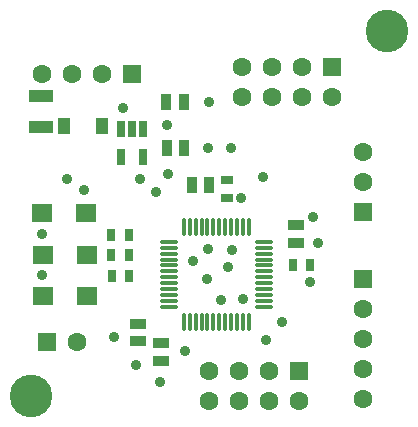
<source format=gts>
G04*
G04 #@! TF.GenerationSoftware,Altium Limited,Altium Designer,20.2.6 (244)*
G04*
G04 Layer_Color=8388736*
%FSLAX25Y25*%
%MOIN*%
G70*
G04*
G04 #@! TF.SameCoordinates,009D9B9B-B68C-4BF6-A67E-57AE18EDBAF9*
G04*
G04*
G04 #@! TF.FilePolarity,Negative*
G04*
G01*
G75*
%ADD18R,0.05315X0.03740*%
%ADD19R,0.06890X0.05906*%
%ADD20R,0.03740X0.05315*%
%ADD27R,0.07874X0.04331*%
%ADD28R,0.03156X0.03943*%
%ADD29O,0.06502X0.01384*%
%ADD30O,0.01384X0.06502*%
%ADD31R,0.03156X0.05518*%
%ADD32R,0.03983X0.05203*%
%ADD33R,0.03943X0.03156*%
%ADD34R,0.06306X0.06306*%
%ADD35C,0.06306*%
%ADD36R,0.06306X0.06306*%
%ADD37C,0.14179*%
%ADD38C,0.03550*%
D18*
X108900Y74553D02*
D03*
Y68647D02*
D03*
X56500Y35847D02*
D03*
Y41753D02*
D03*
X64200Y29447D02*
D03*
Y35353D02*
D03*
D19*
X39182Y78600D02*
D03*
X24418D02*
D03*
X39382Y64800D02*
D03*
X24618D02*
D03*
X39382Y51100D02*
D03*
X24618D02*
D03*
D20*
X65847Y115800D02*
D03*
X71753D02*
D03*
X65947Y100300D02*
D03*
X71853D02*
D03*
X80153Y88000D02*
D03*
X74247D02*
D03*
D27*
X24200Y107482D02*
D03*
Y117718D02*
D03*
D28*
X53453Y64500D02*
D03*
X47547D02*
D03*
X53453Y71300D02*
D03*
X47547D02*
D03*
X47647Y57700D02*
D03*
X53553D02*
D03*
X107947Y61200D02*
D03*
X113853D02*
D03*
D29*
X98347Y69027D02*
D03*
Y67058D02*
D03*
Y65090D02*
D03*
Y63121D02*
D03*
Y61153D02*
D03*
Y59184D02*
D03*
Y57216D02*
D03*
Y55247D02*
D03*
Y53279D02*
D03*
Y51310D02*
D03*
Y49342D02*
D03*
Y47373D02*
D03*
X66654D02*
D03*
Y49342D02*
D03*
Y51310D02*
D03*
Y53279D02*
D03*
Y55247D02*
D03*
Y57216D02*
D03*
Y59184D02*
D03*
Y61153D02*
D03*
Y63121D02*
D03*
Y65090D02*
D03*
Y67058D02*
D03*
Y69027D02*
D03*
D30*
X93327Y42354D02*
D03*
X91358D02*
D03*
X89390D02*
D03*
X87421D02*
D03*
X85453D02*
D03*
X83484D02*
D03*
X81516D02*
D03*
X79547D02*
D03*
X77579D02*
D03*
X75610D02*
D03*
X73642D02*
D03*
X71673D02*
D03*
Y74046D02*
D03*
X73642D02*
D03*
X75610D02*
D03*
X77579D02*
D03*
X79547D02*
D03*
X81516D02*
D03*
X83484D02*
D03*
X85453D02*
D03*
X87421D02*
D03*
X89390D02*
D03*
X91358D02*
D03*
X93327D02*
D03*
D31*
X58140Y106724D02*
D03*
X54400D02*
D03*
X50660D02*
D03*
Y97276D02*
D03*
X58140D02*
D03*
D32*
X31563Y107500D02*
D03*
X44437D02*
D03*
D33*
X86100Y89653D02*
D03*
Y83747D02*
D03*
D34*
X131500Y78900D02*
D03*
X131300Y56500D02*
D03*
D35*
X131500Y88900D02*
D03*
Y98900D02*
D03*
X110100Y16100D02*
D03*
X100100Y26100D02*
D03*
Y16100D02*
D03*
X90100Y26100D02*
D03*
Y16100D02*
D03*
X80100Y26100D02*
D03*
Y16100D02*
D03*
X120900Y117200D02*
D03*
X110900Y127200D02*
D03*
Y117200D02*
D03*
X100900Y127200D02*
D03*
Y117200D02*
D03*
X90900Y127200D02*
D03*
Y117200D02*
D03*
X36000Y35500D02*
D03*
X131300Y16500D02*
D03*
Y26500D02*
D03*
Y36500D02*
D03*
Y46500D02*
D03*
X24300Y125100D02*
D03*
X34300D02*
D03*
X44300D02*
D03*
D36*
X110100Y26100D02*
D03*
X120900Y127200D02*
D03*
X26000Y35500D02*
D03*
X54300Y125100D02*
D03*
D37*
X20800Y17800D02*
D03*
X139300Y139200D02*
D03*
D38*
X113832Y55768D02*
D03*
X116400Y68700D02*
D03*
X114800Y77300D02*
D03*
X51300Y113800D02*
D03*
X38500Y86300D02*
D03*
X32764Y90100D02*
D03*
X24400Y71800D02*
D03*
Y57900D02*
D03*
X48400Y37400D02*
D03*
X63600Y22293D02*
D03*
X71900Y32600D02*
D03*
X99100Y36300D02*
D03*
X104409Y42191D02*
D03*
X91300Y49900D02*
D03*
X83900Y49500D02*
D03*
X74805Y62773D02*
D03*
X79700Y66702D02*
D03*
X79500Y56700D02*
D03*
X86400Y60500D02*
D03*
X87700Y66300D02*
D03*
X90676Y83724D02*
D03*
X97900Y90800D02*
D03*
X57000Y90000D02*
D03*
X62400Y85500D02*
D03*
X66500Y91500D02*
D03*
X87500Y100300D02*
D03*
X79700Y100200D02*
D03*
X65900Y108000D02*
D03*
X79900Y115800D02*
D03*
X55700Y28000D02*
D03*
M02*

</source>
